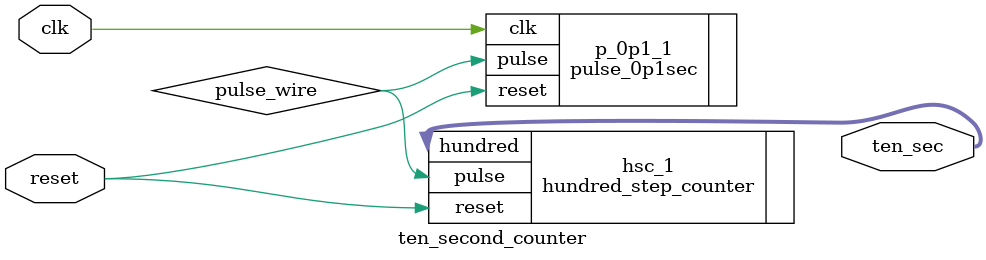
<source format=v>
`timescale 1ns / 1ps


module ten_second_counter(

    input clk,
    input reset,
    output[6:0] ten_sec

    );
    
    
    wire pulse_wire;
    
    pulse_0p1sec p_0p1_1(
    
        .clk(clk),
        .reset(reset),
        .pulse(pulse_wire)
    
    );
    
    hundred_step_counter hsc_1 (
    
        .pulse(pulse_wire),
        .reset(reset),
        .hundred(ten_sec)
    
    );
    
    
    
endmodule

</source>
